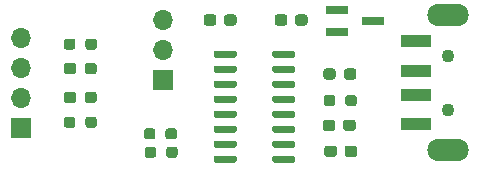
<source format=gbr>
G04 #@! TF.GenerationSoftware,KiCad,Pcbnew,(5.1.10)-1*
G04 #@! TF.CreationDate,2021-06-18T23:51:03+08:00*
G04 #@! TF.ProjectId,ch340,63683334-302e-46b6-9963-61645f706362,rev?*
G04 #@! TF.SameCoordinates,Original*
G04 #@! TF.FileFunction,Soldermask,Top*
G04 #@! TF.FilePolarity,Negative*
%FSLAX46Y46*%
G04 Gerber Fmt 4.6, Leading zero omitted, Abs format (unit mm)*
G04 Created by KiCad (PCBNEW (5.1.10)-1) date 2021-06-18 23:51:03*
%MOMM*%
%LPD*%
G01*
G04 APERTURE LIST*
%ADD10R,1.900000X0.800000*%
%ADD11R,2.500000X1.100000*%
%ADD12O,3.500000X1.900000*%
%ADD13C,1.100000*%
%ADD14R,1.700000X1.700000*%
%ADD15O,1.700000X1.700000*%
G04 APERTURE END LIST*
D10*
X163387000Y-94988300D03*
X160387000Y-95938300D03*
X160387000Y-94038300D03*
G36*
G01*
X139048000Y-97191800D02*
X139048000Y-96716800D01*
G75*
G02*
X139285500Y-96479300I237500J0D01*
G01*
X139785500Y-96479300D01*
G75*
G02*
X140023000Y-96716800I0J-237500D01*
G01*
X140023000Y-97191800D01*
G75*
G02*
X139785500Y-97429300I-237500J0D01*
G01*
X139285500Y-97429300D01*
G75*
G02*
X139048000Y-97191800I0J237500D01*
G01*
G37*
G36*
G01*
X137223000Y-97191800D02*
X137223000Y-96716800D01*
G75*
G02*
X137460500Y-96479300I237500J0D01*
G01*
X137960500Y-96479300D01*
G75*
G02*
X138198000Y-96716800I0J-237500D01*
G01*
X138198000Y-97191800D01*
G75*
G02*
X137960500Y-97429300I-237500J0D01*
G01*
X137460500Y-97429300D01*
G75*
G02*
X137223000Y-97191800I0J237500D01*
G01*
G37*
G36*
G01*
X139048000Y-103808500D02*
X139048000Y-103333500D01*
G75*
G02*
X139285500Y-103096000I237500J0D01*
G01*
X139785500Y-103096000D01*
G75*
G02*
X140023000Y-103333500I0J-237500D01*
G01*
X140023000Y-103808500D01*
G75*
G02*
X139785500Y-104046000I-237500J0D01*
G01*
X139285500Y-104046000D01*
G75*
G02*
X139048000Y-103808500I0J237500D01*
G01*
G37*
G36*
G01*
X137223000Y-103808500D02*
X137223000Y-103333500D01*
G75*
G02*
X137460500Y-103096000I237500J0D01*
G01*
X137960500Y-103096000D01*
G75*
G02*
X138198000Y-103333500I0J-237500D01*
G01*
X138198000Y-103808500D01*
G75*
G02*
X137960500Y-104046000I-237500J0D01*
G01*
X137460500Y-104046000D01*
G75*
G02*
X137223000Y-103808500I0J237500D01*
G01*
G37*
G36*
G01*
X161052000Y-101961500D02*
X161052000Y-101486500D01*
G75*
G02*
X161289500Y-101249000I237500J0D01*
G01*
X161789500Y-101249000D01*
G75*
G02*
X162027000Y-101486500I0J-237500D01*
G01*
X162027000Y-101961500D01*
G75*
G02*
X161789500Y-102199000I-237500J0D01*
G01*
X161289500Y-102199000D01*
G75*
G02*
X161052000Y-101961500I0J237500D01*
G01*
G37*
G36*
G01*
X159227000Y-101961500D02*
X159227000Y-101486500D01*
G75*
G02*
X159464500Y-101249000I237500J0D01*
G01*
X159964500Y-101249000D01*
G75*
G02*
X160202000Y-101486500I0J-237500D01*
G01*
X160202000Y-101961500D01*
G75*
G02*
X159964500Y-102199000I-237500J0D01*
G01*
X159464500Y-102199000D01*
G75*
G02*
X159227000Y-101961500I0J237500D01*
G01*
G37*
G36*
G01*
X145830000Y-104775500D02*
X145830000Y-104300500D01*
G75*
G02*
X146067500Y-104063000I237500J0D01*
G01*
X146567500Y-104063000D01*
G75*
G02*
X146805000Y-104300500I0J-237500D01*
G01*
X146805000Y-104775500D01*
G75*
G02*
X146567500Y-105013000I-237500J0D01*
G01*
X146067500Y-105013000D01*
G75*
G02*
X145830000Y-104775500I0J237500D01*
G01*
G37*
G36*
G01*
X144005000Y-104775500D02*
X144005000Y-104300500D01*
G75*
G02*
X144242500Y-104063000I237500J0D01*
G01*
X144742500Y-104063000D01*
G75*
G02*
X144980000Y-104300500I0J-237500D01*
G01*
X144980000Y-104775500D01*
G75*
G02*
X144742500Y-105013000I-237500J0D01*
G01*
X144242500Y-105013000D01*
G75*
G02*
X144005000Y-104775500I0J237500D01*
G01*
G37*
G36*
G01*
X145883000Y-106348500D02*
X145883000Y-105873500D01*
G75*
G02*
X146120500Y-105636000I237500J0D01*
G01*
X146620500Y-105636000D01*
G75*
G02*
X146858000Y-105873500I0J-237500D01*
G01*
X146858000Y-106348500D01*
G75*
G02*
X146620500Y-106586000I-237500J0D01*
G01*
X146120500Y-106586000D01*
G75*
G02*
X145883000Y-106348500I0J237500D01*
G01*
G37*
G36*
G01*
X144058000Y-106348500D02*
X144058000Y-105873500D01*
G75*
G02*
X144295500Y-105636000I237500J0D01*
G01*
X144795500Y-105636000D01*
G75*
G02*
X145033000Y-105873500I0J-237500D01*
G01*
X145033000Y-106348500D01*
G75*
G02*
X144795500Y-106586000I-237500J0D01*
G01*
X144295500Y-106586000D01*
G75*
G02*
X144058000Y-106348500I0J237500D01*
G01*
G37*
G36*
G01*
X138973000Y-99251700D02*
X138973000Y-98776700D01*
G75*
G02*
X139210500Y-98539200I237500J0D01*
G01*
X139785500Y-98539200D01*
G75*
G02*
X140023000Y-98776700I0J-237500D01*
G01*
X140023000Y-99251700D01*
G75*
G02*
X139785500Y-99489200I-237500J0D01*
G01*
X139210500Y-99489200D01*
G75*
G02*
X138973000Y-99251700I0J237500D01*
G01*
G37*
G36*
G01*
X137223000Y-99251700D02*
X137223000Y-98776700D01*
G75*
G02*
X137460500Y-98539200I237500J0D01*
G01*
X138035500Y-98539200D01*
G75*
G02*
X138273000Y-98776700I0J-237500D01*
G01*
X138273000Y-99251700D01*
G75*
G02*
X138035500Y-99489200I-237500J0D01*
G01*
X137460500Y-99489200D01*
G75*
G02*
X137223000Y-99251700I0J237500D01*
G01*
G37*
G36*
G01*
X138973000Y-101692500D02*
X138973000Y-101217500D01*
G75*
G02*
X139210500Y-100980000I237500J0D01*
G01*
X139785500Y-100980000D01*
G75*
G02*
X140023000Y-101217500I0J-237500D01*
G01*
X140023000Y-101692500D01*
G75*
G02*
X139785500Y-101930000I-237500J0D01*
G01*
X139210500Y-101930000D01*
G75*
G02*
X138973000Y-101692500I0J237500D01*
G01*
G37*
G36*
G01*
X137223000Y-101692500D02*
X137223000Y-101217500D01*
G75*
G02*
X137460500Y-100980000I237500J0D01*
G01*
X138035500Y-100980000D01*
G75*
G02*
X138273000Y-101217500I0J-237500D01*
G01*
X138273000Y-101692500D01*
G75*
G02*
X138035500Y-101930000I-237500J0D01*
G01*
X137460500Y-101930000D01*
G75*
G02*
X137223000Y-101692500I0J237500D01*
G01*
G37*
G36*
G01*
X160944000Y-99716600D02*
X160944000Y-99241600D01*
G75*
G02*
X161181500Y-99004100I237500J0D01*
G01*
X161756500Y-99004100D01*
G75*
G02*
X161994000Y-99241600I0J-237500D01*
G01*
X161994000Y-99716600D01*
G75*
G02*
X161756500Y-99954100I-237500J0D01*
G01*
X161181500Y-99954100D01*
G75*
G02*
X160944000Y-99716600I0J237500D01*
G01*
G37*
G36*
G01*
X159194000Y-99716600D02*
X159194000Y-99241600D01*
G75*
G02*
X159431500Y-99004100I237500J0D01*
G01*
X160006500Y-99004100D01*
G75*
G02*
X160244000Y-99241600I0J-237500D01*
G01*
X160244000Y-99716600D01*
G75*
G02*
X160006500Y-99954100I-237500J0D01*
G01*
X159431500Y-99954100D01*
G75*
G02*
X159194000Y-99716600I0J237500D01*
G01*
G37*
G36*
G01*
X150777000Y-95147100D02*
X150777000Y-94672100D01*
G75*
G02*
X151014500Y-94434600I237500J0D01*
G01*
X151614500Y-94434600D01*
G75*
G02*
X151852000Y-94672100I0J-237500D01*
G01*
X151852000Y-95147100D01*
G75*
G02*
X151614500Y-95384600I-237500J0D01*
G01*
X151014500Y-95384600D01*
G75*
G02*
X150777000Y-95147100I0J237500D01*
G01*
G37*
G36*
G01*
X149052000Y-95147100D02*
X149052000Y-94672100D01*
G75*
G02*
X149289500Y-94434600I237500J0D01*
G01*
X149889500Y-94434600D01*
G75*
G02*
X150127000Y-94672100I0J-237500D01*
G01*
X150127000Y-95147100D01*
G75*
G02*
X149889500Y-95384600I-237500J0D01*
G01*
X149289500Y-95384600D01*
G75*
G02*
X149052000Y-95147100I0J237500D01*
G01*
G37*
G36*
G01*
X160860000Y-104064500D02*
X160860000Y-103589500D01*
G75*
G02*
X161097500Y-103352000I237500J0D01*
G01*
X161697500Y-103352000D01*
G75*
G02*
X161935000Y-103589500I0J-237500D01*
G01*
X161935000Y-104064500D01*
G75*
G02*
X161697500Y-104302000I-237500J0D01*
G01*
X161097500Y-104302000D01*
G75*
G02*
X160860000Y-104064500I0J237500D01*
G01*
G37*
G36*
G01*
X159135000Y-104064500D02*
X159135000Y-103589500D01*
G75*
G02*
X159372500Y-103352000I237500J0D01*
G01*
X159972500Y-103352000D01*
G75*
G02*
X160210000Y-103589500I0J-237500D01*
G01*
X160210000Y-104064500D01*
G75*
G02*
X159972500Y-104302000I-237500J0D01*
G01*
X159372500Y-104302000D01*
G75*
G02*
X159135000Y-104064500I0J237500D01*
G01*
G37*
G36*
G01*
X160997000Y-106259500D02*
X160997000Y-105784500D01*
G75*
G02*
X161234500Y-105547000I237500J0D01*
G01*
X161834500Y-105547000D01*
G75*
G02*
X162072000Y-105784500I0J-237500D01*
G01*
X162072000Y-106259500D01*
G75*
G02*
X161834500Y-106497000I-237500J0D01*
G01*
X161234500Y-106497000D01*
G75*
G02*
X160997000Y-106259500I0J237500D01*
G01*
G37*
G36*
G01*
X159272000Y-106259500D02*
X159272000Y-105784500D01*
G75*
G02*
X159509500Y-105547000I237500J0D01*
G01*
X160109500Y-105547000D01*
G75*
G02*
X160347000Y-105784500I0J-237500D01*
G01*
X160347000Y-106259500D01*
G75*
G02*
X160109500Y-106497000I-237500J0D01*
G01*
X159509500Y-106497000D01*
G75*
G02*
X159272000Y-106259500I0J237500D01*
G01*
G37*
G36*
G01*
X156789000Y-95147100D02*
X156789000Y-94672100D01*
G75*
G02*
X157026500Y-94434600I237500J0D01*
G01*
X157626500Y-94434600D01*
G75*
G02*
X157864000Y-94672100I0J-237500D01*
G01*
X157864000Y-95147100D01*
G75*
G02*
X157626500Y-95384600I-237500J0D01*
G01*
X157026500Y-95384600D01*
G75*
G02*
X156789000Y-95147100I0J237500D01*
G01*
G37*
G36*
G01*
X155064000Y-95147100D02*
X155064000Y-94672100D01*
G75*
G02*
X155301500Y-94434600I237500J0D01*
G01*
X155901500Y-94434600D01*
G75*
G02*
X156139000Y-94672100I0J-237500D01*
G01*
X156139000Y-95147100D01*
G75*
G02*
X155901500Y-95384600I-237500J0D01*
G01*
X155301500Y-95384600D01*
G75*
G02*
X155064000Y-95147100I0J237500D01*
G01*
G37*
D11*
X167022000Y-99223000D03*
X167022000Y-101223000D03*
X167022000Y-96723000D03*
X167022000Y-103723000D03*
D12*
X169772000Y-94523000D03*
X169772000Y-105923000D03*
D13*
X169772000Y-97923000D03*
X169772000Y-102523000D03*
D14*
X133637000Y-104066000D03*
D15*
X133637000Y-101526000D03*
X133637000Y-98986000D03*
X133637000Y-96446000D03*
D14*
X145577000Y-99979400D03*
D15*
X145577000Y-97439400D03*
X145577000Y-94899400D03*
G36*
G01*
X149900000Y-97950000D02*
X149900000Y-97650000D01*
G75*
G02*
X150050000Y-97500000I150000J0D01*
G01*
X151700000Y-97500000D01*
G75*
G02*
X151850000Y-97650000I0J-150000D01*
G01*
X151850000Y-97950000D01*
G75*
G02*
X151700000Y-98100000I-150000J0D01*
G01*
X150050000Y-98100000D01*
G75*
G02*
X149900000Y-97950000I0J150000D01*
G01*
G37*
G36*
G01*
X149900000Y-99220000D02*
X149900000Y-98920000D01*
G75*
G02*
X150050000Y-98770000I150000J0D01*
G01*
X151700000Y-98770000D01*
G75*
G02*
X151850000Y-98920000I0J-150000D01*
G01*
X151850000Y-99220000D01*
G75*
G02*
X151700000Y-99370000I-150000J0D01*
G01*
X150050000Y-99370000D01*
G75*
G02*
X149900000Y-99220000I0J150000D01*
G01*
G37*
G36*
G01*
X149900000Y-100490000D02*
X149900000Y-100190000D01*
G75*
G02*
X150050000Y-100040000I150000J0D01*
G01*
X151700000Y-100040000D01*
G75*
G02*
X151850000Y-100190000I0J-150000D01*
G01*
X151850000Y-100490000D01*
G75*
G02*
X151700000Y-100640000I-150000J0D01*
G01*
X150050000Y-100640000D01*
G75*
G02*
X149900000Y-100490000I0J150000D01*
G01*
G37*
G36*
G01*
X149900000Y-101760000D02*
X149900000Y-101460000D01*
G75*
G02*
X150050000Y-101310000I150000J0D01*
G01*
X151700000Y-101310000D01*
G75*
G02*
X151850000Y-101460000I0J-150000D01*
G01*
X151850000Y-101760000D01*
G75*
G02*
X151700000Y-101910000I-150000J0D01*
G01*
X150050000Y-101910000D01*
G75*
G02*
X149900000Y-101760000I0J150000D01*
G01*
G37*
G36*
G01*
X149900000Y-103030000D02*
X149900000Y-102730000D01*
G75*
G02*
X150050000Y-102580000I150000J0D01*
G01*
X151700000Y-102580000D01*
G75*
G02*
X151850000Y-102730000I0J-150000D01*
G01*
X151850000Y-103030000D01*
G75*
G02*
X151700000Y-103180000I-150000J0D01*
G01*
X150050000Y-103180000D01*
G75*
G02*
X149900000Y-103030000I0J150000D01*
G01*
G37*
G36*
G01*
X149900000Y-104300000D02*
X149900000Y-104000000D01*
G75*
G02*
X150050000Y-103850000I150000J0D01*
G01*
X151700000Y-103850000D01*
G75*
G02*
X151850000Y-104000000I0J-150000D01*
G01*
X151850000Y-104300000D01*
G75*
G02*
X151700000Y-104450000I-150000J0D01*
G01*
X150050000Y-104450000D01*
G75*
G02*
X149900000Y-104300000I0J150000D01*
G01*
G37*
G36*
G01*
X149900000Y-105570000D02*
X149900000Y-105270000D01*
G75*
G02*
X150050000Y-105120000I150000J0D01*
G01*
X151700000Y-105120000D01*
G75*
G02*
X151850000Y-105270000I0J-150000D01*
G01*
X151850000Y-105570000D01*
G75*
G02*
X151700000Y-105720000I-150000J0D01*
G01*
X150050000Y-105720000D01*
G75*
G02*
X149900000Y-105570000I0J150000D01*
G01*
G37*
G36*
G01*
X149900000Y-106840000D02*
X149900000Y-106540000D01*
G75*
G02*
X150050000Y-106390000I150000J0D01*
G01*
X151700000Y-106390000D01*
G75*
G02*
X151850000Y-106540000I0J-150000D01*
G01*
X151850000Y-106840000D01*
G75*
G02*
X151700000Y-106990000I-150000J0D01*
G01*
X150050000Y-106990000D01*
G75*
G02*
X149900000Y-106840000I0J150000D01*
G01*
G37*
G36*
G01*
X154850000Y-106840000D02*
X154850000Y-106540000D01*
G75*
G02*
X155000000Y-106390000I150000J0D01*
G01*
X156650000Y-106390000D01*
G75*
G02*
X156800000Y-106540000I0J-150000D01*
G01*
X156800000Y-106840000D01*
G75*
G02*
X156650000Y-106990000I-150000J0D01*
G01*
X155000000Y-106990000D01*
G75*
G02*
X154850000Y-106840000I0J150000D01*
G01*
G37*
G36*
G01*
X154850000Y-105570000D02*
X154850000Y-105270000D01*
G75*
G02*
X155000000Y-105120000I150000J0D01*
G01*
X156650000Y-105120000D01*
G75*
G02*
X156800000Y-105270000I0J-150000D01*
G01*
X156800000Y-105570000D01*
G75*
G02*
X156650000Y-105720000I-150000J0D01*
G01*
X155000000Y-105720000D01*
G75*
G02*
X154850000Y-105570000I0J150000D01*
G01*
G37*
G36*
G01*
X154850000Y-104300000D02*
X154850000Y-104000000D01*
G75*
G02*
X155000000Y-103850000I150000J0D01*
G01*
X156650000Y-103850000D01*
G75*
G02*
X156800000Y-104000000I0J-150000D01*
G01*
X156800000Y-104300000D01*
G75*
G02*
X156650000Y-104450000I-150000J0D01*
G01*
X155000000Y-104450000D01*
G75*
G02*
X154850000Y-104300000I0J150000D01*
G01*
G37*
G36*
G01*
X154850000Y-103030000D02*
X154850000Y-102730000D01*
G75*
G02*
X155000000Y-102580000I150000J0D01*
G01*
X156650000Y-102580000D01*
G75*
G02*
X156800000Y-102730000I0J-150000D01*
G01*
X156800000Y-103030000D01*
G75*
G02*
X156650000Y-103180000I-150000J0D01*
G01*
X155000000Y-103180000D01*
G75*
G02*
X154850000Y-103030000I0J150000D01*
G01*
G37*
G36*
G01*
X154850000Y-101760000D02*
X154850000Y-101460000D01*
G75*
G02*
X155000000Y-101310000I150000J0D01*
G01*
X156650000Y-101310000D01*
G75*
G02*
X156800000Y-101460000I0J-150000D01*
G01*
X156800000Y-101760000D01*
G75*
G02*
X156650000Y-101910000I-150000J0D01*
G01*
X155000000Y-101910000D01*
G75*
G02*
X154850000Y-101760000I0J150000D01*
G01*
G37*
G36*
G01*
X154850000Y-100490000D02*
X154850000Y-100190000D01*
G75*
G02*
X155000000Y-100040000I150000J0D01*
G01*
X156650000Y-100040000D01*
G75*
G02*
X156800000Y-100190000I0J-150000D01*
G01*
X156800000Y-100490000D01*
G75*
G02*
X156650000Y-100640000I-150000J0D01*
G01*
X155000000Y-100640000D01*
G75*
G02*
X154850000Y-100490000I0J150000D01*
G01*
G37*
G36*
G01*
X154850000Y-99220000D02*
X154850000Y-98920000D01*
G75*
G02*
X155000000Y-98770000I150000J0D01*
G01*
X156650000Y-98770000D01*
G75*
G02*
X156800000Y-98920000I0J-150000D01*
G01*
X156800000Y-99220000D01*
G75*
G02*
X156650000Y-99370000I-150000J0D01*
G01*
X155000000Y-99370000D01*
G75*
G02*
X154850000Y-99220000I0J150000D01*
G01*
G37*
G36*
G01*
X154850000Y-97950000D02*
X154850000Y-97650000D01*
G75*
G02*
X155000000Y-97500000I150000J0D01*
G01*
X156650000Y-97500000D01*
G75*
G02*
X156800000Y-97650000I0J-150000D01*
G01*
X156800000Y-97950000D01*
G75*
G02*
X156650000Y-98100000I-150000J0D01*
G01*
X155000000Y-98100000D01*
G75*
G02*
X154850000Y-97950000I0J150000D01*
G01*
G37*
M02*

</source>
